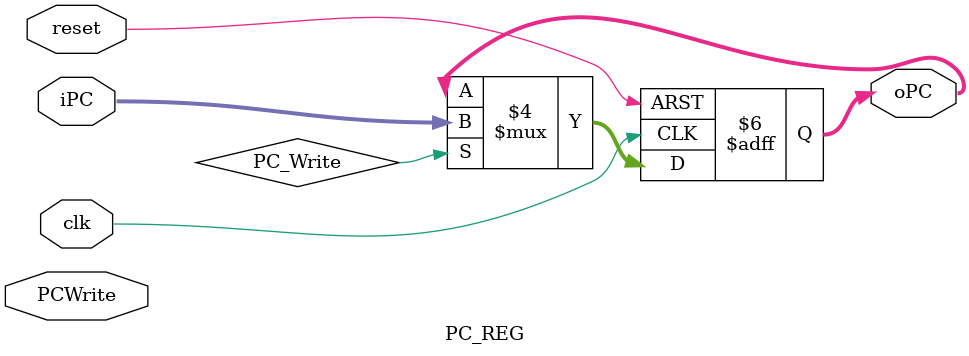
<source format=v>
`timescale 1ns / 1ps


module PC_REG(
    input clk,
    input reset,
    input PCWrite,
    input [31:0] iPC,
    output reg [31:0] oPC
    );

always @(posedge clk or negedge reset) begin
    if (~reset) begin
        oPC <= 32'h00400000;
    end
    else begin
        if (PC_Write == 1'b1) begin
            oPC <= iPC;
        end
    end
end

endmodule

</source>
